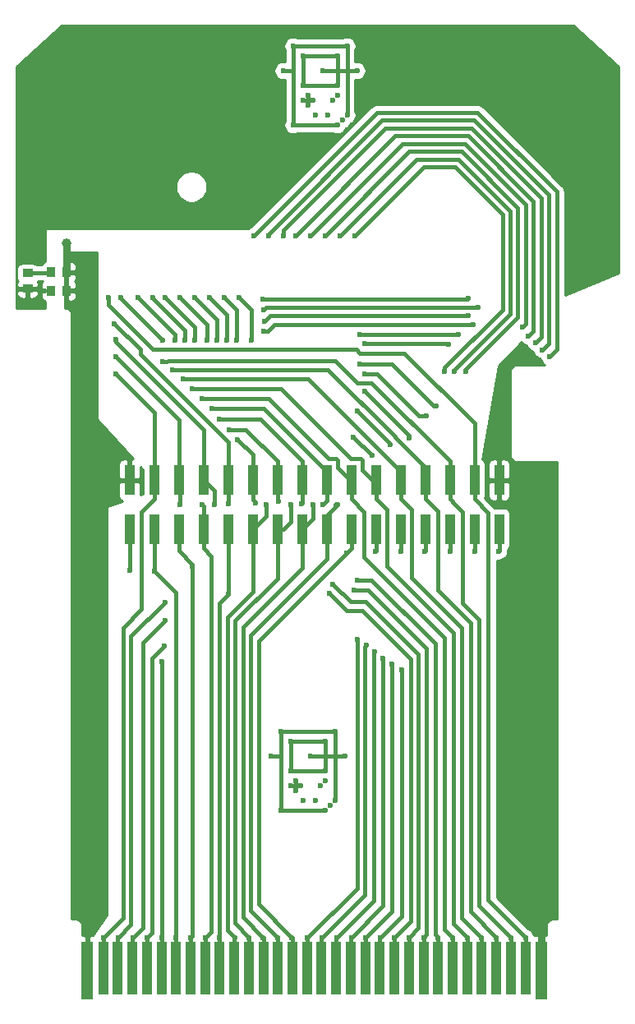
<source format=gtl>
G04 #@! TF.GenerationSoftware,KiCad,Pcbnew,(5.1.12)-1*
G04 #@! TF.CreationDate,2023-02-12T19:07:51-08:00*
G04 #@! TF.ProjectId,GB-BRK-CART,47422d42-524b-42d4-9341-52542e6b6963,v1.0*
G04 #@! TF.SameCoordinates,Original*
G04 #@! TF.FileFunction,Copper,L1,Top*
G04 #@! TF.FilePolarity,Positive*
%FSLAX46Y46*%
G04 Gerber Fmt 4.6, Leading zero omitted, Abs format (unit mm)*
G04 Created by KiCad (PCBNEW (5.1.12)-1) date 2023-02-12 19:07:51*
%MOMM*%
%LPD*%
G01*
G04 APERTURE LIST*
G04 #@! TA.AperFunction,SMDPad,CuDef*
%ADD10R,1.000000X3.150000*%
G04 #@! TD*
G04 #@! TA.AperFunction,SMDPad,CuDef*
%ADD11R,0.820000X1.000000*%
G04 #@! TD*
G04 #@! TA.AperFunction,SMDPad,CuDef*
%ADD12R,1.000000X0.820000*%
G04 #@! TD*
G04 #@! TA.AperFunction,ConnectorPad*
%ADD13R,1.300000X6.000000*%
G04 #@! TD*
G04 #@! TA.AperFunction,ConnectorPad*
%ADD14R,1.000000X5.500000*%
G04 #@! TD*
G04 #@! TA.AperFunction,ViaPad*
%ADD15C,0.600000*%
G04 #@! TD*
G04 #@! TA.AperFunction,ViaPad*
%ADD16C,1.000000*%
G04 #@! TD*
G04 #@! TA.AperFunction,Conductor*
%ADD17C,0.400000*%
G04 #@! TD*
G04 #@! TA.AperFunction,Conductor*
%ADD18C,0.800000*%
G04 #@! TD*
G04 #@! TA.AperFunction,Conductor*
%ADD19C,0.254000*%
G04 #@! TD*
G04 #@! TA.AperFunction,Conductor*
%ADD20C,0.100000*%
G04 #@! TD*
G04 APERTURE END LIST*
D10*
X119050000Y-45475000D03*
X119050000Y-50525000D03*
X116510000Y-45475000D03*
X116510000Y-50525000D03*
X113970000Y-45475000D03*
X113970000Y-50525000D03*
X111430000Y-45475000D03*
X111430000Y-50525000D03*
X108890000Y-45475000D03*
X108890000Y-50525000D03*
X106350000Y-45475000D03*
X106350000Y-50525000D03*
X103810000Y-45475000D03*
X103810000Y-50525000D03*
X101270000Y-45475000D03*
X101270000Y-50525000D03*
X98730000Y-45475000D03*
X98730000Y-50525000D03*
X96190000Y-45475000D03*
X96190000Y-50525000D03*
X93650000Y-45475000D03*
X93650000Y-50525000D03*
X91110000Y-45475000D03*
X91110000Y-50525000D03*
X88570000Y-45475000D03*
X88570000Y-50525000D03*
X86030000Y-45475000D03*
X86030000Y-50525000D03*
X83490000Y-45475000D03*
X83490000Y-50525000D03*
X80950000Y-45475000D03*
X80950000Y-50525000D03*
D11*
X72848000Y-24054000D03*
X74448000Y-24054000D03*
D12*
X70448000Y-24154000D03*
X70448000Y-25754000D03*
D13*
X123400000Y-96000000D03*
D14*
X121750000Y-95750000D03*
X120250000Y-95750000D03*
X118750000Y-95750000D03*
X117250000Y-95750000D03*
X115750000Y-95750000D03*
X114250000Y-95750000D03*
X112750000Y-95750000D03*
X111250000Y-95750000D03*
X109750000Y-95750000D03*
X108250000Y-95750000D03*
X106750000Y-95750000D03*
X105250000Y-95750000D03*
X103750000Y-95750000D03*
X102250000Y-95750000D03*
X100750000Y-95750000D03*
X99250000Y-95750000D03*
X97750000Y-95750000D03*
X96250000Y-95750000D03*
X94750000Y-95750000D03*
X93250000Y-95750000D03*
X91750000Y-95750000D03*
X90250000Y-95750000D03*
X88750000Y-95750000D03*
X87250000Y-95750000D03*
X85750000Y-95750000D03*
X84250000Y-95750000D03*
X82750000Y-95750000D03*
X81250000Y-95750000D03*
X79750000Y-95750000D03*
D13*
X76600000Y-96000000D03*
D14*
X78250000Y-95750000D03*
D11*
X74448000Y-25954000D03*
X72848000Y-25954000D03*
D15*
X96520000Y-79502000D03*
X101092000Y-79502000D03*
X97536000Y-76962000D03*
X101600000Y-78994000D03*
X98044000Y-77470000D03*
X97536000Y-75438000D03*
X98044000Y-76454000D03*
X101092000Y-72390000D03*
X97536000Y-72390000D03*
X96520000Y-71374000D03*
X101092000Y-76454000D03*
X96520000Y-71374000D03*
X98552000Y-76962000D03*
X99568000Y-73914000D03*
X100584000Y-76962000D03*
X102108000Y-78486000D03*
X102108000Y-71374000D03*
X101092000Y-75438000D03*
X95504010Y-73914000D03*
X103124024Y-73914000D03*
X98806000Y-78486000D03*
X100076000Y-78486000D03*
X99822000Y-6350000D03*
X99314000Y-5842000D03*
X102362000Y-1778000D03*
X98806000Y-1778000D03*
X97790000Y-762000D03*
X97790000Y-762000D03*
X98806000Y-4826000D03*
X97790000Y-8890000D03*
X98806000Y-6350000D03*
X102362000Y-8890000D03*
X102870000Y-8382000D03*
X99314000Y-6858000D03*
X102362000Y-5842000D03*
X100838000Y-3302000D03*
X103378000Y-762000D03*
X104394024Y-3302000D03*
X102362000Y-4826000D03*
X101854000Y-6350000D03*
X103378000Y-7874000D03*
X96774010Y-3302000D03*
X100076000Y-7874000D03*
X101346000Y-7874000D03*
D16*
X74448000Y-21056028D03*
D15*
X123400000Y-92600000D03*
D16*
X123400000Y-90200000D03*
X123900000Y-84000000D03*
X120300000Y-86100000D03*
X122300000Y-48800000D03*
X123300000Y-54900000D03*
X120300000Y-59000000D03*
X123000000Y-63200000D03*
X123300000Y-74500000D03*
X120300000Y-78300000D03*
X120700000Y-68500000D03*
D15*
X118110000Y-3302000D03*
X108458000Y-3302000D03*
X84300000Y-92600000D03*
X80950000Y-54782002D03*
X84300000Y-64131998D03*
X114807990Y-30480000D03*
X104648001Y-30480001D03*
X78300000Y-92600000D03*
X116332000Y-29464000D03*
X79502000Y-34544000D03*
X94798819Y-30125134D03*
X85700000Y-92600000D03*
X83490000Y-54822002D03*
X113792000Y-31496004D03*
X105156000Y-31380010D03*
X87250000Y-92600000D03*
X87400000Y-54332000D03*
X104648000Y-33528000D03*
X112522000Y-37846000D03*
X88800000Y-92600000D03*
X88392000Y-48006000D03*
X111506000Y-38862000D03*
X105156000Y-34544000D03*
X90200000Y-92600000D03*
X91140902Y-57231902D03*
X105154093Y-36344011D03*
X109728000Y-41148000D03*
X108250000Y-92600000D03*
X101556164Y-57115219D03*
X93976523Y-47800000D03*
X92075000Y-41275000D03*
X92202000Y-26670000D03*
X93472000Y-31103990D03*
X91800000Y-92600000D03*
X94996000Y-48006000D03*
X104394000Y-38356808D03*
X107790595Y-41815405D03*
X109750000Y-92600000D03*
X101911759Y-56180566D03*
X96284915Y-47704199D03*
X91186000Y-40259000D03*
X90678000Y-26670000D03*
X91948000Y-31103990D03*
X93300000Y-92600000D03*
X97536000Y-48006000D03*
X105916596Y-42927404D03*
X104011596Y-41022404D03*
X104100000Y-56800000D03*
X111250000Y-92600000D03*
X98679000Y-47879000D03*
X90208011Y-39204989D03*
X89154000Y-26670000D03*
X90932000Y-31103990D03*
X94700000Y-92600000D03*
X99822000Y-48006000D03*
X104400000Y-55800000D03*
X112750000Y-92600000D03*
X89408000Y-38100000D03*
X87630000Y-26670000D03*
X100838000Y-48006000D03*
X89916000Y-31103990D03*
X96200000Y-92600000D03*
X102362000Y-48006000D03*
X113422010Y-34290000D03*
X104140000Y-20320000D03*
X114250000Y-92600000D03*
X88392000Y-37084000D03*
X86106000Y-26670000D03*
X88900000Y-31103990D03*
X97700000Y-92600000D03*
X103301000Y-53009000D03*
X114425718Y-34257749D03*
X102616000Y-20320000D03*
X115750000Y-92600000D03*
X87376000Y-36068000D03*
X84582000Y-26670000D03*
X87630000Y-31103990D03*
X106300000Y-52800000D03*
X99300000Y-92600000D03*
X104394000Y-61849000D03*
X115570000Y-34290030D03*
X101092000Y-20320000D03*
X117250000Y-92600000D03*
X86487000Y-35052000D03*
X83312000Y-26670000D03*
X86614000Y-31103990D03*
X108900000Y-52800000D03*
X100800000Y-92600000D03*
X105346500Y-62484000D03*
X121412000Y-29718000D03*
X99568000Y-20320000D03*
X118750000Y-92600000D03*
X85350813Y-34096006D03*
X81788000Y-26670000D03*
X85598000Y-31103990D03*
X111400000Y-52800000D03*
X102300000Y-92600000D03*
X106172004Y-63119000D03*
X98044000Y-20320000D03*
X122084525Y-30645581D03*
X114000000Y-52800000D03*
X103800000Y-92600000D03*
X107061000Y-63817500D03*
X96774000Y-20320000D03*
X122795840Y-31348471D03*
X121750000Y-92600000D03*
X78740000Y-26670000D03*
X119000000Y-52800000D03*
X106800000Y-92600000D03*
X109002605Y-64980790D03*
X93726000Y-20320000D03*
X124206000Y-32766000D03*
X120250000Y-92600000D03*
X84375752Y-33296011D03*
X84328000Y-31103990D03*
X80010000Y-26670000D03*
X82800000Y-92600000D03*
X84499996Y-62600000D03*
X91110000Y-47955006D03*
X94711737Y-26843300D03*
X115824425Y-26763979D03*
X79373596Y-29338404D03*
X81300000Y-92600000D03*
X84582000Y-59943998D03*
X94739789Y-27973980D03*
X89662000Y-48006000D03*
X116840000Y-27663980D03*
X79501998Y-30988002D03*
X79800000Y-92600000D03*
X84582000Y-58039000D03*
X86106000Y-48006000D03*
X115824000Y-28563990D03*
X79502000Y-32766000D03*
X94902068Y-29084508D03*
X116500000Y-52800000D03*
X105300000Y-92600000D03*
X107961010Y-64389004D03*
X95251404Y-20321404D03*
X123484460Y-32073610D03*
D17*
X97536000Y-72390000D02*
X101092000Y-72390000D01*
X101092000Y-72390000D02*
X101092000Y-75438000D01*
X101092000Y-75438000D02*
X97536000Y-75438000D01*
X97536000Y-75438000D02*
X97536000Y-72390000D01*
X101092000Y-79502000D02*
X96520000Y-79502000D01*
X97536000Y-76962000D02*
X98552000Y-76962000D01*
X98044000Y-76454000D02*
X98044000Y-77470000D01*
X96520000Y-71374000D02*
X96520000Y-73914000D01*
X96520000Y-71374000D02*
X102108000Y-71374000D01*
X102108000Y-71374000D02*
X102108000Y-78486000D01*
X96520000Y-73914000D02*
X96520000Y-79502000D01*
X96520000Y-73914000D02*
X95504010Y-73914000D01*
X99568000Y-73914000D02*
X103124024Y-73914000D01*
X98806000Y-1778000D02*
X102362000Y-1778000D01*
X97790000Y-762000D02*
X97790000Y-3302000D01*
X102362000Y-8890000D02*
X97790000Y-8890000D01*
X98806000Y-4826000D02*
X98806000Y-1778000D01*
X97790000Y-3302000D02*
X96774010Y-3302000D01*
X102362000Y-4826000D02*
X98806000Y-4826000D01*
X100838000Y-3302000D02*
X104394024Y-3302000D01*
X102362000Y-1778000D02*
X102362000Y-4826000D01*
X97790000Y-3302000D02*
X97790000Y-8890000D01*
X97790000Y-762000D02*
X103378000Y-762000D01*
X99314000Y-5842000D02*
X99314000Y-6858000D01*
X103378000Y-762000D02*
X103378000Y-7874000D01*
X98806000Y-6350000D02*
X99822000Y-6350000D01*
D18*
X74448000Y-24054000D02*
X74448000Y-21056028D01*
X123400000Y-92600000D02*
X123400000Y-90200000D01*
X123400000Y-96000000D02*
X123400000Y-92600000D01*
X123400000Y-89792894D02*
X123400000Y-90200000D01*
X123400000Y-89700000D02*
X123400000Y-89792894D01*
X123900000Y-84000000D02*
X123400000Y-84500000D01*
X123400000Y-84500000D02*
X123400000Y-89792894D01*
X123900000Y-84000000D02*
X123900000Y-83800000D01*
D17*
X119050000Y-45230000D02*
X119050000Y-46230000D01*
X70548000Y-24054000D02*
X70448000Y-24154000D01*
X72748000Y-24154000D02*
X72848000Y-24054000D01*
X70448000Y-24154000D02*
X72748000Y-24154000D01*
X84250000Y-95750000D02*
X84250000Y-92650000D01*
X84250000Y-92650000D02*
X84300000Y-92600000D01*
X80950000Y-54782002D02*
X80950000Y-50525000D01*
X84300000Y-64131998D02*
X84300000Y-64131998D01*
X80950000Y-54782002D02*
X80950000Y-54782002D01*
X84300000Y-92600000D02*
X84300000Y-66576000D01*
X84300000Y-66576000D02*
X84300000Y-64131998D01*
X114807990Y-30480000D02*
X114383725Y-30480001D01*
X114383725Y-30480001D02*
X104648001Y-30480001D01*
X78250000Y-95750000D02*
X78250000Y-92650000D01*
X78250000Y-92650000D02*
X78300000Y-92600000D01*
X78300000Y-92600000D02*
X80300000Y-90600000D01*
X82200000Y-48740000D02*
X83490000Y-47450000D01*
X83490000Y-47450000D02*
X83490000Y-45475000D01*
X80300000Y-90600000D02*
X80300000Y-60670000D01*
X80300000Y-60670000D02*
X82200000Y-58770000D01*
X82200000Y-58770000D02*
X82200000Y-48740000D01*
X83490000Y-45475000D02*
X83490000Y-38532000D01*
X83490000Y-38532000D02*
X79502000Y-34544000D01*
X95884217Y-29464000D02*
X95223083Y-30125134D01*
X116332000Y-29464000D02*
X95884217Y-29464000D01*
X95223083Y-30125134D02*
X94798819Y-30125134D01*
X85750000Y-95750000D02*
X85750000Y-92650000D01*
X85750000Y-92650000D02*
X85700000Y-92600000D01*
X83490000Y-50525000D02*
X83490000Y-54822002D01*
X83490000Y-54822002D02*
X85700007Y-57032009D01*
X85700000Y-57032016D02*
X85700007Y-57032009D01*
X85700000Y-92600000D02*
X85700000Y-57032016D01*
X83490000Y-54822002D02*
X83490000Y-54822002D01*
X113676006Y-31380010D02*
X113792000Y-31496004D01*
X105156000Y-31380010D02*
X113676006Y-31380010D01*
X87250000Y-95750000D02*
X87250000Y-92600000D01*
X86030000Y-52777232D02*
X87400000Y-54147232D01*
X86030000Y-50525000D02*
X86030000Y-52777232D01*
X87400000Y-54147232D02*
X87400000Y-54332000D01*
X87400000Y-54332000D02*
X87400000Y-66524000D01*
X87400000Y-66524000D02*
X87400000Y-92450000D01*
X87400000Y-92450000D02*
X87250000Y-92600000D01*
X104648000Y-33528000D02*
X107950000Y-33528000D01*
X107950000Y-33528000D02*
X112268000Y-37846000D01*
X112268000Y-37846000D02*
X112522000Y-37846000D01*
X112522000Y-37846000D02*
X112522000Y-37846000D01*
X88750000Y-95750000D02*
X88750000Y-92650000D01*
X88750000Y-92650000D02*
X88800000Y-92600000D01*
X89378065Y-53308065D02*
X89378065Y-54914132D01*
X88800000Y-92600000D02*
X89378065Y-92021935D01*
X88570000Y-52500000D02*
X89378065Y-53308065D01*
X89378065Y-92021935D02*
X89378065Y-54914132D01*
X88570000Y-50525000D02*
X88570000Y-52500000D01*
X88570000Y-50525000D02*
X88570000Y-48184000D01*
X88570000Y-48184000D02*
X88392000Y-48006000D01*
X88392000Y-48006000D02*
X88392000Y-48006000D01*
X111506000Y-38862000D02*
X111506000Y-38862000D01*
X106426000Y-34544000D02*
X105156000Y-34544000D01*
X110744000Y-38862000D02*
X106426000Y-34544000D01*
X111506000Y-38862000D02*
X110744000Y-38862000D01*
X90250000Y-95750000D02*
X90250000Y-92650000D01*
X90250000Y-92650000D02*
X90200000Y-92600000D01*
X91046500Y-57137500D02*
X91140902Y-57231902D01*
X90200000Y-58172804D02*
X91140902Y-57231902D01*
X90200000Y-92600000D02*
X90200000Y-58172804D01*
X91110000Y-50525000D02*
X91110000Y-57201000D01*
X91110000Y-57201000D02*
X91140902Y-57231902D01*
X105154093Y-36344011D02*
X109728000Y-40917918D01*
X109728000Y-40917918D02*
X109728000Y-41148000D01*
X108250000Y-92600000D02*
X108250000Y-95750000D01*
X93650000Y-45475000D02*
X93650000Y-47473477D01*
X93650000Y-47473477D02*
X93976523Y-47800000D01*
X103340945Y-58900000D02*
X101556164Y-57115219D01*
X108250000Y-92600000D02*
X109902607Y-90947393D01*
X109902607Y-63902607D02*
X104900000Y-58900000D01*
X104900000Y-58900000D02*
X103340945Y-58900000D01*
X109902607Y-90947393D02*
X109902607Y-63902607D01*
X93650000Y-43510000D02*
X93650000Y-45475000D01*
X93650000Y-43510000D02*
X93650000Y-42850000D01*
X93650000Y-42850000D02*
X92075000Y-41275000D01*
X92075000Y-41275000D02*
X92075000Y-41275000D01*
X92075000Y-41275000D02*
X92075000Y-41275000D01*
X92202000Y-26670000D02*
X92202000Y-26670000D01*
X93472000Y-27940000D02*
X93472000Y-31103990D01*
X92202000Y-26670000D02*
X93472000Y-27940000D01*
X93650000Y-50525000D02*
X93650000Y-55194000D01*
X91750000Y-95750000D02*
X91750000Y-92650000D01*
X91750000Y-92650000D02*
X91800000Y-92600000D01*
X93650000Y-56950000D02*
X91033959Y-59566041D01*
X91033959Y-59566041D02*
X91033959Y-91833959D01*
X93650000Y-55194000D02*
X93650000Y-56950000D01*
X91033959Y-91833959D02*
X91800000Y-92600000D01*
X93650000Y-50525000D02*
X94996000Y-49179000D01*
X94996000Y-49179000D02*
X94996000Y-48006000D01*
X94996000Y-48006000D02*
X94996000Y-48006000D01*
X104394000Y-38356808D02*
X107790595Y-41753403D01*
X107790595Y-41753403D02*
X107790595Y-41815405D01*
X110700000Y-63400006D02*
X110700000Y-63400000D01*
X109750000Y-92600000D02*
X109750000Y-95750000D01*
X103731193Y-58000000D02*
X101911759Y-56180566D01*
X105299994Y-58000000D02*
X103731193Y-58000000D01*
X110700000Y-63400006D02*
X105299994Y-58000000D01*
X96190000Y-45475000D02*
X96190000Y-47609284D01*
X96190000Y-47609284D02*
X96284915Y-47704199D01*
X110702617Y-63402623D02*
X110700000Y-63400006D01*
X109750000Y-92600000D02*
X110702617Y-91647383D01*
X110702617Y-91647383D02*
X110702617Y-63402623D01*
X92939000Y-40259000D02*
X91186000Y-40259000D01*
X96190000Y-43510000D02*
X92939000Y-40259000D01*
X96190000Y-45475000D02*
X96190000Y-43510000D01*
X91186000Y-40259000D02*
X91186000Y-40259000D01*
X90678000Y-26670000D02*
X90678000Y-26670000D01*
X90678000Y-26670000D02*
X91948000Y-27940000D01*
X91948000Y-27940000D02*
X91948000Y-31103990D01*
X93250000Y-95750000D02*
X93250000Y-92650000D01*
X93250000Y-92650000D02*
X93300000Y-92600000D01*
X96190000Y-55194000D02*
X96190000Y-50525000D01*
X91833969Y-59974295D02*
X96190000Y-55618264D01*
X96190000Y-55618264D02*
X96190000Y-55194000D01*
X91833969Y-91133969D02*
X91833969Y-59974295D01*
X93300000Y-92600000D02*
X91833969Y-91133969D01*
X96190000Y-50525000D02*
X96795000Y-50525000D01*
X96795000Y-50525000D02*
X97536000Y-49784000D01*
X97536000Y-49784000D02*
X97536000Y-48006000D01*
X97536000Y-48006000D02*
X97536000Y-48006000D01*
X105916596Y-42927404D02*
X104011596Y-41022404D01*
X105500014Y-56800000D02*
X104100000Y-56800000D01*
X111549999Y-62849985D02*
X105500014Y-56800000D01*
X111549999Y-92300001D02*
X111549999Y-62849985D01*
X111250000Y-92600000D02*
X111549999Y-92300001D01*
X98700000Y-45505000D02*
X98730000Y-45475000D01*
X111250000Y-92600000D02*
X111250000Y-95750000D01*
X98730000Y-45475000D02*
X98730000Y-47828000D01*
X98730000Y-47828000D02*
X98679000Y-47879000D01*
X90208011Y-39204989D02*
X90208011Y-39204989D01*
X89154000Y-26670000D02*
X89154000Y-26670000D01*
X94434989Y-39204989D02*
X94399011Y-39204989D01*
X94399011Y-39204989D02*
X90208011Y-39204989D01*
X98730000Y-45475000D02*
X98730000Y-43500000D01*
X98730000Y-43500000D02*
X94434989Y-39204989D01*
X90932000Y-28448000D02*
X90932000Y-31103990D01*
X89154000Y-26670000D02*
X90932000Y-28448000D01*
X98730000Y-50525000D02*
X98730000Y-54178000D01*
X94750000Y-95750000D02*
X94750000Y-92650000D01*
X94750000Y-92650000D02*
X94700000Y-92600000D01*
X98730000Y-54534000D02*
X98730000Y-50525000D01*
X98730000Y-54178000D02*
X98730000Y-54534000D01*
X92633980Y-90533980D02*
X94700000Y-92600000D01*
X92633980Y-60630020D02*
X92633980Y-90533980D01*
X98730000Y-54534000D02*
X92633980Y-60630020D01*
X98730000Y-50525000D02*
X99822000Y-49433000D01*
X99822000Y-49433000D02*
X99822000Y-48006000D01*
X99822000Y-48006000D02*
X99822000Y-48006000D01*
X105899996Y-55800000D02*
X104400000Y-55800000D01*
X112450001Y-62350005D02*
X105899996Y-55800000D01*
X112450001Y-92300001D02*
X112450001Y-62350005D01*
X112750000Y-92600000D02*
X112450001Y-92300001D01*
X112750000Y-92600000D02*
X112750000Y-95750000D01*
X89408000Y-38100000D02*
X89408000Y-38100000D01*
X87630000Y-26670000D02*
X87630000Y-26670000D01*
X101270000Y-47574000D02*
X100838000Y-48006000D01*
X101270000Y-45475000D02*
X101270000Y-47574000D01*
X94488000Y-38100000D02*
X89408000Y-38100000D01*
X94742000Y-38100000D02*
X94488000Y-38100000D01*
X101270000Y-44628000D02*
X94742000Y-38100000D01*
X101270000Y-45475000D02*
X101270000Y-44628000D01*
X89916000Y-28956000D02*
X89916000Y-31103990D01*
X87630000Y-26670000D02*
X89916000Y-28956000D01*
X101270000Y-50525000D02*
X101270000Y-53630000D01*
X101270000Y-53630000D02*
X100056000Y-54844000D01*
X96250000Y-95750000D02*
X96250000Y-92650000D01*
X96250000Y-92650000D02*
X96200000Y-92600000D01*
X100056000Y-54844000D02*
X93433990Y-61466010D01*
X93433990Y-89833990D02*
X96200000Y-92600000D01*
X93433990Y-61466010D02*
X93433990Y-89833990D01*
X102108000Y-48006000D02*
X102108000Y-48006000D01*
X101270000Y-49098000D02*
X102362000Y-48006000D01*
X101270000Y-50525000D02*
X101270000Y-49098000D01*
X104140000Y-20320000D02*
X104140000Y-20320000D01*
X111251993Y-13208007D02*
X114508305Y-13208007D01*
X114508305Y-13208007D02*
X119379991Y-18079693D01*
X119379991Y-18079693D02*
X119379991Y-27907755D01*
X119379991Y-27907755D02*
X113422010Y-33865736D01*
X113422010Y-33865736D02*
X113422010Y-34290000D01*
X104140000Y-20320000D02*
X111251993Y-13208007D01*
X114250000Y-92600000D02*
X114250000Y-95750000D01*
X105100000Y-48740000D02*
X103810000Y-47450000D01*
X105100000Y-53411000D02*
X105100000Y-48740000D01*
X113400000Y-61711000D02*
X105100000Y-53411000D01*
X103810000Y-47450000D02*
X103810000Y-45475000D01*
X113400000Y-91750000D02*
X113400000Y-61711000D01*
X114250000Y-92600000D02*
X113400000Y-91750000D01*
X86106000Y-26670000D02*
X86106000Y-26670000D01*
X94488000Y-37084000D02*
X88392000Y-37084000D01*
X95250000Y-37084000D02*
X94488000Y-37084000D01*
X102250001Y-43299999D02*
X101465999Y-43299999D01*
X102370001Y-43419999D02*
X102250001Y-43299999D01*
X102370001Y-44204001D02*
X102370001Y-43419999D01*
X101465999Y-43299999D02*
X95250000Y-37084000D01*
X103641000Y-45475000D02*
X102370001Y-44204001D01*
X103810000Y-45475000D02*
X103641000Y-45475000D01*
X88900000Y-29464000D02*
X88900000Y-31103990D01*
X86106000Y-26670000D02*
X88900000Y-29464000D01*
X103810000Y-52500000D02*
X103301000Y-53009000D01*
X103810000Y-50525000D02*
X103810000Y-52500000D01*
X97750000Y-95750000D02*
X97750000Y-92650000D01*
X97750000Y-92650000D02*
X97700000Y-92600000D01*
X94234000Y-89134000D02*
X97700000Y-92600000D01*
X94234000Y-62076000D02*
X94234000Y-89134000D01*
X103301000Y-53009000D02*
X94234000Y-62076000D01*
X102616000Y-20320000D02*
X102616000Y-20320000D01*
X110528004Y-12407996D02*
X114839680Y-12407996D01*
X102616000Y-20320000D02*
X110528004Y-12407996D01*
X120180002Y-17748318D02*
X120180002Y-28333388D01*
X120180002Y-28333388D02*
X114425718Y-34087672D01*
X114839680Y-12407996D02*
X120180002Y-17748318D01*
X114425718Y-34087672D02*
X114425718Y-34257749D01*
X115750000Y-92600000D02*
X115750000Y-95750000D01*
X107450001Y-48550001D02*
X106350000Y-47450000D01*
X107450001Y-54364001D02*
X107450001Y-48550001D01*
X114300000Y-61214000D02*
X107450001Y-54364001D01*
X114300000Y-91150000D02*
X114300000Y-61214000D01*
X106350000Y-47450000D02*
X106350000Y-45475000D01*
X115750000Y-92600000D02*
X114300000Y-91150000D01*
X94488000Y-36068000D02*
X87376000Y-36068000D01*
X96520000Y-36068000D02*
X94488000Y-36068000D01*
X103751999Y-43299999D02*
X96520000Y-36068000D01*
X104790001Y-43299999D02*
X103751999Y-43299999D01*
X104910001Y-43419999D02*
X104790001Y-43299999D01*
X104910001Y-44458001D02*
X104910001Y-43419999D01*
X105927000Y-45475000D02*
X104910001Y-44458001D01*
X106350000Y-45475000D02*
X105927000Y-45475000D01*
X84582000Y-26670000D02*
X87630000Y-29718000D01*
X87630000Y-29718000D02*
X87630000Y-31103990D01*
X106350000Y-50525000D02*
X106350000Y-52750000D01*
X106350000Y-52750000D02*
X106300000Y-52800000D01*
X99250000Y-95750000D02*
X99250000Y-92650000D01*
X99250000Y-92650000D02*
X99300000Y-92600000D01*
X104394000Y-87506000D02*
X104394000Y-61849000D01*
X99300000Y-92600000D02*
X104394000Y-87506000D01*
X101092000Y-20320000D02*
X101092000Y-20320000D01*
X120980013Y-28664763D02*
X115570000Y-34074776D01*
X109804015Y-11607985D02*
X115171055Y-11607985D01*
X120980013Y-17416943D02*
X120980013Y-28664763D01*
X115570000Y-34074776D02*
X115570000Y-34290030D01*
X101092000Y-20320000D02*
X109804015Y-11607985D01*
X115171055Y-11607985D02*
X120980013Y-17416943D01*
X117250000Y-92600000D02*
X117250000Y-95750000D01*
X108890000Y-47450000D02*
X108890000Y-45475000D01*
X109990001Y-48550001D02*
X108890000Y-47450000D01*
X109990001Y-55507001D02*
X109990001Y-48550001D01*
X115200000Y-60717000D02*
X109990001Y-55507001D01*
X115200000Y-90550000D02*
X115200000Y-60717000D01*
X117250000Y-92600000D02*
X115200000Y-90550000D01*
X83312000Y-26670000D02*
X83312000Y-26670000D01*
X94488000Y-35052000D02*
X86487000Y-35052000D01*
X99314000Y-35052000D02*
X94488000Y-35052000D01*
X108890000Y-45475000D02*
X108890000Y-44628000D01*
X108890000Y-44628000D02*
X99314000Y-35052000D01*
X86614000Y-30034004D02*
X86614000Y-31103990D01*
X83312000Y-26670000D02*
X83312000Y-26732004D01*
X83312000Y-26732004D02*
X86614000Y-30034004D01*
X108890000Y-50525000D02*
X108890000Y-52790000D01*
X108890000Y-52790000D02*
X108900000Y-52800000D01*
X100750000Y-95750000D02*
X100750000Y-92650000D01*
X100750000Y-92650000D02*
X100800000Y-92600000D01*
X105219500Y-62611000D02*
X105346500Y-62484000D01*
X105219500Y-88180500D02*
X105219500Y-62611000D01*
X100800000Y-92600000D02*
X105219500Y-88180500D01*
X99568000Y-20320000D02*
X99568000Y-20320000D01*
X121780024Y-29349976D02*
X121412000Y-29718000D01*
X115502430Y-10807974D02*
X121780024Y-17085568D01*
X121780024Y-17085568D02*
X121780024Y-29349976D01*
X109080026Y-10807974D02*
X115502430Y-10807974D01*
X99568000Y-20320000D02*
X109080026Y-10807974D01*
X118750000Y-92600000D02*
X118750000Y-95750000D01*
X111430000Y-47450000D02*
X111430000Y-45475000D01*
X112700000Y-48720000D02*
X111430000Y-47450000D01*
X112700000Y-56820000D02*
X112700000Y-48720000D01*
X116100000Y-60220000D02*
X112700000Y-56820000D01*
X116100000Y-89950000D02*
X116100000Y-60220000D01*
X118750000Y-92600000D02*
X116100000Y-89950000D01*
X81788000Y-26670000D02*
X81788000Y-26670000D01*
X94427994Y-34096006D02*
X85350813Y-34096006D01*
X111430000Y-44182002D02*
X108319999Y-41072001D01*
X108319999Y-41072001D02*
X108319999Y-41009999D01*
X111430000Y-45475000D02*
X111430000Y-44182002D01*
X101406006Y-34096006D02*
X94427994Y-34096006D01*
X108319999Y-41009999D02*
X101406006Y-34096006D01*
X85598000Y-30480000D02*
X85598000Y-31103990D01*
X81788000Y-26670000D02*
X85598000Y-30480000D01*
X111430000Y-50525000D02*
X111430000Y-52770000D01*
X111430000Y-52770000D02*
X111400000Y-52800000D01*
X102250000Y-95750000D02*
X102250000Y-92650000D01*
X102250000Y-92650000D02*
X102300000Y-92600000D01*
X106108500Y-88791500D02*
X106108500Y-63182504D01*
X102300000Y-92600000D02*
X106108500Y-88791500D01*
X106108500Y-63182504D02*
X106172004Y-63119000D01*
X98044000Y-20320000D02*
X98044000Y-20320000D01*
X115833805Y-10007963D02*
X122580035Y-16754193D01*
X98044000Y-20320000D02*
X108356037Y-10007963D01*
X122580035Y-16754193D02*
X122580035Y-30150071D01*
X122580035Y-30150071D02*
X122084525Y-30645581D01*
X108356037Y-10007963D02*
X115833805Y-10007963D01*
X113970000Y-50525000D02*
X113970000Y-52770000D01*
X113970000Y-52770000D02*
X114000000Y-52800000D01*
X103750000Y-95750000D02*
X103750000Y-92650000D01*
X103750000Y-92650000D02*
X103800000Y-92600000D01*
X107061000Y-89339000D02*
X107061000Y-63817500D01*
X103800000Y-92600000D02*
X107061000Y-89339000D01*
X96774000Y-20320000D02*
X96774000Y-20320000D01*
X107309118Y-9207952D02*
X116165180Y-9207952D01*
X123380046Y-16422818D02*
X123380046Y-30764265D01*
X96774000Y-19743070D02*
X107309118Y-9207952D01*
X96774000Y-20320000D02*
X96774000Y-19743070D01*
X116165180Y-9207952D02*
X123380046Y-16422818D01*
X123380046Y-30764265D02*
X122795840Y-31348471D01*
X121750000Y-92600000D02*
X117900000Y-88750000D01*
X117900000Y-48840000D02*
X116510000Y-47450000D01*
X117900000Y-88750000D02*
X117900000Y-48840000D01*
X116510000Y-47450000D02*
X116510000Y-45475000D01*
X121750000Y-92600000D02*
X121750000Y-95750000D01*
X78740000Y-26670000D02*
X78740000Y-26670000D01*
X104723999Y-32396001D02*
X104331998Y-32004000D01*
X116510000Y-39610002D02*
X109295999Y-32396001D01*
X116510000Y-45475000D02*
X116510000Y-39610002D01*
X104331998Y-32004000D02*
X94488000Y-32004000D01*
X109295999Y-32396001D02*
X104723999Y-32396001D01*
X94488000Y-32004000D02*
X83312000Y-32004000D01*
X83312000Y-32004000D02*
X78740000Y-27432000D01*
X78740000Y-27432000D02*
X78740000Y-26670000D01*
X119050000Y-50525000D02*
X119050000Y-52750000D01*
X119050000Y-52750000D02*
X119000000Y-52800000D01*
X106750000Y-95750000D02*
X106750000Y-92650000D01*
X106750000Y-92650000D02*
X106800000Y-92600000D01*
X109002605Y-90397395D02*
X109002605Y-64980790D01*
X106800000Y-92600000D02*
X109002605Y-90397395D01*
X93726000Y-20320000D02*
X93726000Y-20320000D01*
X93726000Y-20320000D02*
X106438070Y-7607930D01*
X124980070Y-31991930D02*
X124206000Y-32766000D01*
X124980070Y-15760070D02*
X124980070Y-31991930D01*
X116827930Y-7607930D02*
X124980070Y-15760070D01*
X106438070Y-7607930D02*
X116827930Y-7607930D01*
X114520000Y-48000000D02*
X113970000Y-47450000D01*
X113970000Y-47450000D02*
X113970000Y-45475000D01*
X120250000Y-92600000D02*
X120250000Y-95750000D01*
X115300000Y-48780000D02*
X114520000Y-48000000D01*
X115300000Y-58150000D02*
X115300000Y-48780000D01*
X117000000Y-59850000D02*
X115300000Y-58150000D01*
X117000000Y-89350000D02*
X117000000Y-59850000D01*
X120250000Y-92600000D02*
X117000000Y-89350000D01*
X84938492Y-33157535D02*
X94712762Y-33157535D01*
X113970000Y-45475000D02*
X113970000Y-43500000D01*
X104469999Y-35444001D02*
X102183533Y-33157535D01*
X113970000Y-43500000D02*
X105914001Y-35444001D01*
X105914001Y-35444001D02*
X104469999Y-35444001D01*
X102183533Y-33157535D02*
X94712762Y-33157535D01*
X84375752Y-33296011D02*
X84800016Y-33296011D01*
X84800016Y-33296011D02*
X84938492Y-33157535D01*
X84328000Y-31103990D02*
X80010000Y-26785990D01*
X80010000Y-26785990D02*
X80010000Y-26670000D01*
X82750000Y-95750000D02*
X82750000Y-92650000D01*
X82750000Y-92650000D02*
X82800000Y-92600000D01*
X91110000Y-45475000D02*
X91110000Y-47955000D01*
X83300000Y-63799996D02*
X84499996Y-62600000D01*
X82800000Y-92600000D02*
X83300000Y-92100000D01*
X83300000Y-92100000D02*
X83300000Y-63799996D01*
X115745104Y-26843300D02*
X115824425Y-26763979D01*
X94711737Y-26843300D02*
X115745104Y-26843300D01*
X82042000Y-32512000D02*
X82042000Y-32006808D01*
X91110000Y-41580000D02*
X82042000Y-32512000D01*
X91110000Y-45475000D02*
X91110000Y-41580000D01*
X82042000Y-32006808D02*
X79373596Y-29338404D01*
X81250000Y-95750000D02*
X81250000Y-92650000D01*
X81250000Y-92650000D02*
X81300000Y-92600000D01*
X82300000Y-62225998D02*
X84582000Y-59943998D01*
X81300000Y-92600000D02*
X82300000Y-91600000D01*
X82300000Y-91600000D02*
X82300000Y-62225998D01*
X89662000Y-46567000D02*
X88570000Y-45475000D01*
X89662000Y-48006000D02*
X89662000Y-46567000D01*
X115392008Y-27663980D02*
X116840000Y-27663980D01*
X115369988Y-27686000D02*
X115392008Y-27663980D01*
X94739789Y-27973980D02*
X95027769Y-27686000D01*
X95027769Y-27686000D02*
X115369988Y-27686000D01*
X88570000Y-45475000D02*
X88570000Y-40309990D01*
X88570000Y-40309990D02*
X79501998Y-31241988D01*
X79501998Y-31241988D02*
X79501998Y-30988002D01*
X79750000Y-95750000D02*
X79750000Y-92650000D01*
X79750000Y-92650000D02*
X79800000Y-92600000D01*
X81100010Y-91299990D02*
X81100010Y-61520990D01*
X81100010Y-61520990D02*
X84582000Y-58039000D01*
X79800000Y-92600000D02*
X81100010Y-91299990D01*
X86106000Y-45551000D02*
X86030000Y-45475000D01*
X86106000Y-48006000D02*
X86106000Y-45551000D01*
X86030000Y-39294000D02*
X79502000Y-32766000D01*
X86030000Y-45475000D02*
X86030000Y-39294000D01*
X95422586Y-28563990D02*
X94902068Y-29084508D01*
X115824000Y-28563990D02*
X95422586Y-28563990D01*
X116510000Y-50525000D02*
X116510000Y-52790000D01*
X116510000Y-52790000D02*
X116500000Y-52800000D01*
X105250000Y-95750000D02*
X105250000Y-92650000D01*
X105250000Y-92650000D02*
X105300000Y-92600000D01*
X107961010Y-89938990D02*
X107961010Y-64389004D01*
X105300000Y-92600000D02*
X107961010Y-89938990D01*
X95250000Y-20320000D02*
X95250000Y-20320000D01*
X106977743Y-8407941D02*
X116496555Y-8407941D01*
X116496555Y-8407941D02*
X124180057Y-16091443D01*
X124180057Y-31378013D02*
X123484460Y-32073610D01*
X95251404Y-20134280D02*
X106977743Y-8407941D01*
X124180057Y-16091443D02*
X124180057Y-31378013D01*
X95251404Y-20321404D02*
X95251404Y-20134280D01*
D19*
X77597000Y-39116000D02*
X77599440Y-39140776D01*
X77606667Y-39164601D01*
X77618403Y-39186557D01*
X77629825Y-39201206D01*
X81305684Y-43263997D01*
X81235750Y-43265000D01*
X81077000Y-43423750D01*
X81077000Y-45348000D01*
X81926250Y-45348000D01*
X82085000Y-45189250D01*
X82087528Y-44128142D01*
X82351928Y-44420373D01*
X82351928Y-46922154D01*
X82087977Y-47010137D01*
X82085000Y-45760750D01*
X81926250Y-45602000D01*
X81077000Y-45602000D01*
X81077000Y-45622000D01*
X80823000Y-45622000D01*
X80823000Y-45602000D01*
X79973750Y-45602000D01*
X79815000Y-45760750D01*
X79811928Y-47050000D01*
X79824188Y-47174482D01*
X79860498Y-47294180D01*
X79919463Y-47404494D01*
X79998815Y-47501185D01*
X80095506Y-47580537D01*
X80203540Y-47638283D01*
X78699839Y-48139517D01*
X78677106Y-48149667D01*
X78656789Y-48164057D01*
X78639671Y-48182134D01*
X78626408Y-48203204D01*
X78617510Y-48226456D01*
X78613000Y-48260000D01*
X78613000Y-90260639D01*
X77195259Y-92328178D01*
X77183260Y-92349992D01*
X77179293Y-92362524D01*
X76885750Y-92365000D01*
X76727000Y-92523750D01*
X76727000Y-95873000D01*
X76747000Y-95873000D01*
X76747000Y-96127000D01*
X76727000Y-96127000D01*
X76727000Y-96147000D01*
X76473000Y-96147000D01*
X76473000Y-96127000D01*
X76453000Y-96127000D01*
X76453000Y-95873000D01*
X76473000Y-95873000D01*
X76473000Y-92523750D01*
X76314250Y-92365000D01*
X76110000Y-92363277D01*
X76110000Y-91434876D01*
X76113435Y-91400000D01*
X76099727Y-91260816D01*
X76059128Y-91126980D01*
X75993200Y-91003637D01*
X75904475Y-90895525D01*
X75796363Y-90806800D01*
X75673020Y-90740872D01*
X75539184Y-90700273D01*
X75434877Y-90690000D01*
X75400000Y-90686565D01*
X75365123Y-90690000D01*
X75010000Y-90690000D01*
X75010000Y-43900000D01*
X79811928Y-43900000D01*
X79815000Y-45189250D01*
X79973750Y-45348000D01*
X80823000Y-45348000D01*
X80823000Y-43423750D01*
X80664250Y-43265000D01*
X80450000Y-43261928D01*
X80325518Y-43274188D01*
X80205820Y-43310498D01*
X80095506Y-43369463D01*
X79998815Y-43448815D01*
X79919463Y-43545506D01*
X79860498Y-43655820D01*
X79824188Y-43775518D01*
X79811928Y-43900000D01*
X75010000Y-43900000D01*
X75010000Y-28482877D01*
X75013435Y-28448000D01*
X74999727Y-28308816D01*
X74959128Y-28174980D01*
X74893200Y-28051637D01*
X74804475Y-27943525D01*
X74696363Y-27854800D01*
X74573020Y-27788872D01*
X74439184Y-27748273D01*
X74334877Y-27738000D01*
X74328309Y-27737353D01*
X74321000Y-26444034D01*
X74321000Y-26081000D01*
X74575000Y-26081000D01*
X74575000Y-26930250D01*
X74733750Y-27089000D01*
X74858000Y-27092072D01*
X74982482Y-27079812D01*
X75102180Y-27043502D01*
X75212494Y-26984537D01*
X75309185Y-26905185D01*
X75388537Y-26808494D01*
X75447502Y-26698180D01*
X75483812Y-26578482D01*
X75496072Y-26454000D01*
X75493000Y-26239750D01*
X75334250Y-26081000D01*
X74575000Y-26081000D01*
X74321000Y-26081000D01*
X74318948Y-26081000D01*
X74317513Y-25827000D01*
X74321000Y-25827000D01*
X74321000Y-24181000D01*
X74575000Y-24181000D01*
X74575000Y-25827000D01*
X75334250Y-25827000D01*
X75493000Y-25668250D01*
X75496072Y-25454000D01*
X75483812Y-25329518D01*
X75447502Y-25209820D01*
X75388537Y-25099506D01*
X75310158Y-25004000D01*
X75388537Y-24908494D01*
X75447502Y-24798180D01*
X75483812Y-24678482D01*
X75496072Y-24554000D01*
X75493000Y-24339750D01*
X75334250Y-24181000D01*
X74575000Y-24181000D01*
X74321000Y-24181000D01*
X74308210Y-24181000D01*
X74306775Y-23927000D01*
X74321000Y-23927000D01*
X74321000Y-23077750D01*
X74575000Y-23077750D01*
X74575000Y-23927000D01*
X75334250Y-23927000D01*
X75493000Y-23768250D01*
X75496072Y-23554000D01*
X75483812Y-23429518D01*
X75447502Y-23309820D01*
X75388537Y-23199506D01*
X75309185Y-23102815D01*
X75212494Y-23023463D01*
X75102180Y-22964498D01*
X74982482Y-22928188D01*
X74858000Y-22915928D01*
X74733750Y-22919000D01*
X74575000Y-23077750D01*
X74321000Y-23077750D01*
X74301867Y-23058617D01*
X74295720Y-21971000D01*
X77597000Y-21971000D01*
X77597000Y-39116000D01*
G04 #@! TA.AperFunction,Conductor*
D20*
G36*
X77597000Y-39116000D02*
G01*
X77599440Y-39140776D01*
X77606667Y-39164601D01*
X77618403Y-39186557D01*
X77629825Y-39201206D01*
X81305684Y-43263997D01*
X81235750Y-43265000D01*
X81077000Y-43423750D01*
X81077000Y-45348000D01*
X81926250Y-45348000D01*
X82085000Y-45189250D01*
X82087528Y-44128142D01*
X82351928Y-44420373D01*
X82351928Y-46922154D01*
X82087977Y-47010137D01*
X82085000Y-45760750D01*
X81926250Y-45602000D01*
X81077000Y-45602000D01*
X81077000Y-45622000D01*
X80823000Y-45622000D01*
X80823000Y-45602000D01*
X79973750Y-45602000D01*
X79815000Y-45760750D01*
X79811928Y-47050000D01*
X79824188Y-47174482D01*
X79860498Y-47294180D01*
X79919463Y-47404494D01*
X79998815Y-47501185D01*
X80095506Y-47580537D01*
X80203540Y-47638283D01*
X78699839Y-48139517D01*
X78677106Y-48149667D01*
X78656789Y-48164057D01*
X78639671Y-48182134D01*
X78626408Y-48203204D01*
X78617510Y-48226456D01*
X78613000Y-48260000D01*
X78613000Y-90260639D01*
X77195259Y-92328178D01*
X77183260Y-92349992D01*
X77179293Y-92362524D01*
X76885750Y-92365000D01*
X76727000Y-92523750D01*
X76727000Y-95873000D01*
X76747000Y-95873000D01*
X76747000Y-96127000D01*
X76727000Y-96127000D01*
X76727000Y-96147000D01*
X76473000Y-96147000D01*
X76473000Y-96127000D01*
X76453000Y-96127000D01*
X76453000Y-95873000D01*
X76473000Y-95873000D01*
X76473000Y-92523750D01*
X76314250Y-92365000D01*
X76110000Y-92363277D01*
X76110000Y-91434876D01*
X76113435Y-91400000D01*
X76099727Y-91260816D01*
X76059128Y-91126980D01*
X75993200Y-91003637D01*
X75904475Y-90895525D01*
X75796363Y-90806800D01*
X75673020Y-90740872D01*
X75539184Y-90700273D01*
X75434877Y-90690000D01*
X75400000Y-90686565D01*
X75365123Y-90690000D01*
X75010000Y-90690000D01*
X75010000Y-43900000D01*
X79811928Y-43900000D01*
X79815000Y-45189250D01*
X79973750Y-45348000D01*
X80823000Y-45348000D01*
X80823000Y-43423750D01*
X80664250Y-43265000D01*
X80450000Y-43261928D01*
X80325518Y-43274188D01*
X80205820Y-43310498D01*
X80095506Y-43369463D01*
X79998815Y-43448815D01*
X79919463Y-43545506D01*
X79860498Y-43655820D01*
X79824188Y-43775518D01*
X79811928Y-43900000D01*
X75010000Y-43900000D01*
X75010000Y-28482877D01*
X75013435Y-28448000D01*
X74999727Y-28308816D01*
X74959128Y-28174980D01*
X74893200Y-28051637D01*
X74804475Y-27943525D01*
X74696363Y-27854800D01*
X74573020Y-27788872D01*
X74439184Y-27748273D01*
X74334877Y-27738000D01*
X74328309Y-27737353D01*
X74321000Y-26444034D01*
X74321000Y-26081000D01*
X74575000Y-26081000D01*
X74575000Y-26930250D01*
X74733750Y-27089000D01*
X74858000Y-27092072D01*
X74982482Y-27079812D01*
X75102180Y-27043502D01*
X75212494Y-26984537D01*
X75309185Y-26905185D01*
X75388537Y-26808494D01*
X75447502Y-26698180D01*
X75483812Y-26578482D01*
X75496072Y-26454000D01*
X75493000Y-26239750D01*
X75334250Y-26081000D01*
X74575000Y-26081000D01*
X74321000Y-26081000D01*
X74318948Y-26081000D01*
X74317513Y-25827000D01*
X74321000Y-25827000D01*
X74321000Y-24181000D01*
X74575000Y-24181000D01*
X74575000Y-25827000D01*
X75334250Y-25827000D01*
X75493000Y-25668250D01*
X75496072Y-25454000D01*
X75483812Y-25329518D01*
X75447502Y-25209820D01*
X75388537Y-25099506D01*
X75310158Y-25004000D01*
X75388537Y-24908494D01*
X75447502Y-24798180D01*
X75483812Y-24678482D01*
X75496072Y-24554000D01*
X75493000Y-24339750D01*
X75334250Y-24181000D01*
X74575000Y-24181000D01*
X74321000Y-24181000D01*
X74308210Y-24181000D01*
X74306775Y-23927000D01*
X74321000Y-23927000D01*
X74321000Y-23077750D01*
X74575000Y-23077750D01*
X74575000Y-23927000D01*
X75334250Y-23927000D01*
X75493000Y-23768250D01*
X75496072Y-23554000D01*
X75483812Y-23429518D01*
X75447502Y-23309820D01*
X75388537Y-23199506D01*
X75309185Y-23102815D01*
X75212494Y-23023463D01*
X75102180Y-22964498D01*
X74982482Y-22928188D01*
X74858000Y-22915928D01*
X74733750Y-22919000D01*
X74575000Y-23077750D01*
X74321000Y-23077750D01*
X74301867Y-23058617D01*
X74295720Y-21971000D01*
X77597000Y-21971000D01*
X77597000Y-39116000D01*
G37*
G04 #@! TD.AperFunction*
D19*
X121358263Y-31241609D02*
X121488497Y-31371843D01*
X121641636Y-31474167D01*
X121811796Y-31544649D01*
X121884418Y-31559095D01*
X121896772Y-31621200D01*
X121967254Y-31791360D01*
X122069578Y-31944499D01*
X122199812Y-32074733D01*
X122352951Y-32177057D01*
X122523111Y-32247539D01*
X122567495Y-32256368D01*
X122585392Y-32346339D01*
X122655874Y-32516499D01*
X122758198Y-32669638D01*
X122888432Y-32799872D01*
X123041571Y-32902196D01*
X123211731Y-32972678D01*
X123297174Y-32989674D01*
X123306932Y-33038729D01*
X123377414Y-33208889D01*
X123479738Y-33362028D01*
X123609972Y-33492262D01*
X123741281Y-33580000D01*
X120938877Y-33580000D01*
X120904000Y-33576565D01*
X120869123Y-33580000D01*
X120764816Y-33590273D01*
X120630980Y-33630872D01*
X120507637Y-33696800D01*
X120399525Y-33785525D01*
X120310800Y-33893637D01*
X120244872Y-34016980D01*
X120204273Y-34150816D01*
X120190565Y-34290000D01*
X120194000Y-34324876D01*
X120194001Y-42891113D01*
X120190565Y-42926000D01*
X120204273Y-43065184D01*
X120244872Y-43199020D01*
X120310800Y-43322363D01*
X120399525Y-43430475D01*
X120507637Y-43519200D01*
X120630980Y-43585128D01*
X120764816Y-43625727D01*
X120869123Y-43636000D01*
X120904000Y-43639435D01*
X120938877Y-43636000D01*
X124990001Y-43636000D01*
X124990000Y-90690000D01*
X124634877Y-90690000D01*
X124600000Y-90686565D01*
X124565123Y-90690000D01*
X124460816Y-90700273D01*
X124326980Y-90740872D01*
X124203637Y-90806800D01*
X124095525Y-90895525D01*
X124006800Y-91003637D01*
X123940872Y-91126980D01*
X123900273Y-91260816D01*
X123886565Y-91400000D01*
X123890001Y-91434887D01*
X123890001Y-92363277D01*
X123685750Y-92365000D01*
X123527000Y-92523750D01*
X123527000Y-95873000D01*
X123547000Y-95873000D01*
X123547000Y-96127000D01*
X123527000Y-96127000D01*
X123527000Y-96147000D01*
X123273000Y-96147000D01*
X123273000Y-96127000D01*
X123253000Y-96127000D01*
X123253000Y-95873000D01*
X123273000Y-95873000D01*
X123273000Y-92523750D01*
X123114250Y-92365000D01*
X122750000Y-92361928D01*
X122657769Y-92371012D01*
X122649068Y-92327271D01*
X122578586Y-92157111D01*
X122476262Y-92003972D01*
X122346028Y-91873738D01*
X122192889Y-91771414D01*
X122038214Y-91707346D01*
X118827000Y-88496133D01*
X118827000Y-53718905D01*
X118907911Y-53735000D01*
X119092089Y-53735000D01*
X119272729Y-53699068D01*
X119442889Y-53628586D01*
X119596028Y-53526262D01*
X119726262Y-53396028D01*
X119828586Y-53242889D01*
X119899068Y-53072729D01*
X119935000Y-52892089D01*
X119935000Y-52707911D01*
X119917488Y-52619873D01*
X120001185Y-52551185D01*
X120080537Y-52454494D01*
X120139502Y-52344180D01*
X120175812Y-52224482D01*
X120188072Y-52100000D01*
X120188072Y-48950000D01*
X120175812Y-48825518D01*
X120139502Y-48705820D01*
X120080537Y-48595506D01*
X120001185Y-48498815D01*
X119904494Y-48419463D01*
X119794180Y-48360498D01*
X119674482Y-48324188D01*
X119550000Y-48311928D01*
X118550000Y-48311928D01*
X118547053Y-48312218D01*
X118519439Y-48278570D01*
X118519437Y-48278568D01*
X118493291Y-48246709D01*
X118461432Y-48220563D01*
X117577051Y-47336183D01*
X117599502Y-47294180D01*
X117635812Y-47174482D01*
X117648072Y-47050000D01*
X117911928Y-47050000D01*
X117924188Y-47174482D01*
X117960498Y-47294180D01*
X118019463Y-47404494D01*
X118098815Y-47501185D01*
X118195506Y-47580537D01*
X118305820Y-47639502D01*
X118425518Y-47675812D01*
X118550000Y-47688072D01*
X118764250Y-47685000D01*
X118923000Y-47526250D01*
X118923000Y-45602000D01*
X119177000Y-45602000D01*
X119177000Y-47526250D01*
X119335750Y-47685000D01*
X119550000Y-47688072D01*
X119674482Y-47675812D01*
X119794180Y-47639502D01*
X119904494Y-47580537D01*
X120001185Y-47501185D01*
X120080537Y-47404494D01*
X120139502Y-47294180D01*
X120175812Y-47174482D01*
X120188072Y-47050000D01*
X120185000Y-45760750D01*
X120026250Y-45602000D01*
X119177000Y-45602000D01*
X118923000Y-45602000D01*
X118073750Y-45602000D01*
X117915000Y-45760750D01*
X117911928Y-47050000D01*
X117648072Y-47050000D01*
X117648072Y-43900000D01*
X117911928Y-43900000D01*
X117915000Y-45189250D01*
X118073750Y-45348000D01*
X118923000Y-45348000D01*
X118923000Y-43423750D01*
X119177000Y-43423750D01*
X119177000Y-45348000D01*
X120026250Y-45348000D01*
X120185000Y-45189250D01*
X120188072Y-43900000D01*
X120175812Y-43775518D01*
X120139502Y-43655820D01*
X120080537Y-43545506D01*
X120001185Y-43448815D01*
X119904494Y-43369463D01*
X119794180Y-43310498D01*
X119674482Y-43274188D01*
X119550000Y-43261928D01*
X119335750Y-43265000D01*
X119177000Y-43423750D01*
X118923000Y-43423750D01*
X118764250Y-43265000D01*
X118550000Y-43261928D01*
X118425518Y-43274188D01*
X118305820Y-43310498D01*
X118195506Y-43369463D01*
X118098815Y-43448815D01*
X118019463Y-43545506D01*
X117960498Y-43655820D01*
X117924188Y-43775518D01*
X117911928Y-43900000D01*
X117648072Y-43900000D01*
X117635812Y-43775518D01*
X117599502Y-43655820D01*
X117540537Y-43545506D01*
X117461185Y-43448815D01*
X117364494Y-43369463D01*
X117345000Y-43359043D01*
X117345000Y-43305906D01*
X118990733Y-33714001D01*
X121336210Y-31208605D01*
X121358263Y-31241609D01*
G04 #@! TA.AperFunction,Conductor*
D20*
G36*
X121358263Y-31241609D02*
G01*
X121488497Y-31371843D01*
X121641636Y-31474167D01*
X121811796Y-31544649D01*
X121884418Y-31559095D01*
X121896772Y-31621200D01*
X121967254Y-31791360D01*
X122069578Y-31944499D01*
X122199812Y-32074733D01*
X122352951Y-32177057D01*
X122523111Y-32247539D01*
X122567495Y-32256368D01*
X122585392Y-32346339D01*
X122655874Y-32516499D01*
X122758198Y-32669638D01*
X122888432Y-32799872D01*
X123041571Y-32902196D01*
X123211731Y-32972678D01*
X123297174Y-32989674D01*
X123306932Y-33038729D01*
X123377414Y-33208889D01*
X123479738Y-33362028D01*
X123609972Y-33492262D01*
X123741281Y-33580000D01*
X120938877Y-33580000D01*
X120904000Y-33576565D01*
X120869123Y-33580000D01*
X120764816Y-33590273D01*
X120630980Y-33630872D01*
X120507637Y-33696800D01*
X120399525Y-33785525D01*
X120310800Y-33893637D01*
X120244872Y-34016980D01*
X120204273Y-34150816D01*
X120190565Y-34290000D01*
X120194000Y-34324876D01*
X120194001Y-42891113D01*
X120190565Y-42926000D01*
X120204273Y-43065184D01*
X120244872Y-43199020D01*
X120310800Y-43322363D01*
X120399525Y-43430475D01*
X120507637Y-43519200D01*
X120630980Y-43585128D01*
X120764816Y-43625727D01*
X120869123Y-43636000D01*
X120904000Y-43639435D01*
X120938877Y-43636000D01*
X124990001Y-43636000D01*
X124990000Y-90690000D01*
X124634877Y-90690000D01*
X124600000Y-90686565D01*
X124565123Y-90690000D01*
X124460816Y-90700273D01*
X124326980Y-90740872D01*
X124203637Y-90806800D01*
X124095525Y-90895525D01*
X124006800Y-91003637D01*
X123940872Y-91126980D01*
X123900273Y-91260816D01*
X123886565Y-91400000D01*
X123890001Y-91434887D01*
X123890001Y-92363277D01*
X123685750Y-92365000D01*
X123527000Y-92523750D01*
X123527000Y-95873000D01*
X123547000Y-95873000D01*
X123547000Y-96127000D01*
X123527000Y-96127000D01*
X123527000Y-96147000D01*
X123273000Y-96147000D01*
X123273000Y-96127000D01*
X123253000Y-96127000D01*
X123253000Y-95873000D01*
X123273000Y-95873000D01*
X123273000Y-92523750D01*
X123114250Y-92365000D01*
X122750000Y-92361928D01*
X122657769Y-92371012D01*
X122649068Y-92327271D01*
X122578586Y-92157111D01*
X122476262Y-92003972D01*
X122346028Y-91873738D01*
X122192889Y-91771414D01*
X122038214Y-91707346D01*
X118827000Y-88496133D01*
X118827000Y-53718905D01*
X118907911Y-53735000D01*
X119092089Y-53735000D01*
X119272729Y-53699068D01*
X119442889Y-53628586D01*
X119596028Y-53526262D01*
X119726262Y-53396028D01*
X119828586Y-53242889D01*
X119899068Y-53072729D01*
X119935000Y-52892089D01*
X119935000Y-52707911D01*
X119917488Y-52619873D01*
X120001185Y-52551185D01*
X120080537Y-52454494D01*
X120139502Y-52344180D01*
X120175812Y-52224482D01*
X120188072Y-52100000D01*
X120188072Y-48950000D01*
X120175812Y-48825518D01*
X120139502Y-48705820D01*
X120080537Y-48595506D01*
X120001185Y-48498815D01*
X119904494Y-48419463D01*
X119794180Y-48360498D01*
X119674482Y-48324188D01*
X119550000Y-48311928D01*
X118550000Y-48311928D01*
X118547053Y-48312218D01*
X118519439Y-48278570D01*
X118519437Y-48278568D01*
X118493291Y-48246709D01*
X118461432Y-48220563D01*
X117577051Y-47336183D01*
X117599502Y-47294180D01*
X117635812Y-47174482D01*
X117648072Y-47050000D01*
X117911928Y-47050000D01*
X117924188Y-47174482D01*
X117960498Y-47294180D01*
X118019463Y-47404494D01*
X118098815Y-47501185D01*
X118195506Y-47580537D01*
X118305820Y-47639502D01*
X118425518Y-47675812D01*
X118550000Y-47688072D01*
X118764250Y-47685000D01*
X118923000Y-47526250D01*
X118923000Y-45602000D01*
X119177000Y-45602000D01*
X119177000Y-47526250D01*
X119335750Y-47685000D01*
X119550000Y-47688072D01*
X119674482Y-47675812D01*
X119794180Y-47639502D01*
X119904494Y-47580537D01*
X120001185Y-47501185D01*
X120080537Y-47404494D01*
X120139502Y-47294180D01*
X120175812Y-47174482D01*
X120188072Y-47050000D01*
X120185000Y-45760750D01*
X120026250Y-45602000D01*
X119177000Y-45602000D01*
X118923000Y-45602000D01*
X118073750Y-45602000D01*
X117915000Y-45760750D01*
X117911928Y-47050000D01*
X117648072Y-47050000D01*
X117648072Y-43900000D01*
X117911928Y-43900000D01*
X117915000Y-45189250D01*
X118073750Y-45348000D01*
X118923000Y-45348000D01*
X118923000Y-43423750D01*
X119177000Y-43423750D01*
X119177000Y-45348000D01*
X120026250Y-45348000D01*
X120185000Y-45189250D01*
X120188072Y-43900000D01*
X120175812Y-43775518D01*
X120139502Y-43655820D01*
X120080537Y-43545506D01*
X120001185Y-43448815D01*
X119904494Y-43369463D01*
X119794180Y-43310498D01*
X119674482Y-43274188D01*
X119550000Y-43261928D01*
X119335750Y-43265000D01*
X119177000Y-43423750D01*
X118923000Y-43423750D01*
X118764250Y-43265000D01*
X118550000Y-43261928D01*
X118425518Y-43274188D01*
X118305820Y-43310498D01*
X118195506Y-43369463D01*
X118098815Y-43448815D01*
X118019463Y-43545506D01*
X117960498Y-43655820D01*
X117924188Y-43775518D01*
X117911928Y-43900000D01*
X117648072Y-43900000D01*
X117635812Y-43775518D01*
X117599502Y-43655820D01*
X117540537Y-43545506D01*
X117461185Y-43448815D01*
X117364494Y-43369463D01*
X117345000Y-43359043D01*
X117345000Y-43305906D01*
X118990733Y-33714001D01*
X121336210Y-31208605D01*
X121358263Y-31241609D01*
G37*
G04 #@! TD.AperFunction*
D19*
X131370001Y-2856209D02*
X131370000Y-24157307D01*
X125815070Y-26379279D01*
X125815070Y-15801088D01*
X125819110Y-15760070D01*
X125802988Y-15596381D01*
X125755242Y-15438983D01*
X125677706Y-15293924D01*
X125599509Y-15198640D01*
X125599507Y-15198638D01*
X125573361Y-15166779D01*
X125541503Y-15140634D01*
X117447376Y-7046509D01*
X117421221Y-7014639D01*
X117294076Y-6910294D01*
X117149017Y-6832758D01*
X116991619Y-6785012D01*
X116868949Y-6772930D01*
X116868948Y-6772930D01*
X116827930Y-6768890D01*
X116786912Y-6772930D01*
X106479088Y-6772930D01*
X106438070Y-6768890D01*
X106274381Y-6785012D01*
X106116983Y-6832758D01*
X105971924Y-6910294D01*
X105923434Y-6950089D01*
X105844779Y-7014639D01*
X105818633Y-7046498D01*
X93437788Y-19427345D01*
X93283111Y-19491414D01*
X93183458Y-19558000D01*
X72390000Y-19558000D01*
X72365224Y-19560440D01*
X72341399Y-19567667D01*
X72319443Y-19579403D01*
X72300197Y-19595197D01*
X72284403Y-19614443D01*
X72272667Y-19636399D01*
X72265440Y-19660224D01*
X72263000Y-19685000D01*
X72263000Y-22943512D01*
X72193820Y-22964498D01*
X72083506Y-23023463D01*
X71986815Y-23102815D01*
X71907463Y-23199506D01*
X71848498Y-23309820D01*
X71845713Y-23319000D01*
X71420674Y-23319000D01*
X71399185Y-23292815D01*
X71302494Y-23213463D01*
X71192180Y-23154498D01*
X71072482Y-23118188D01*
X70948000Y-23105928D01*
X69948000Y-23105928D01*
X69823518Y-23118188D01*
X69703820Y-23154498D01*
X69593506Y-23213463D01*
X69496815Y-23292815D01*
X69417463Y-23389506D01*
X69358498Y-23499820D01*
X69322188Y-23619518D01*
X69309928Y-23744000D01*
X69309928Y-24564000D01*
X69322188Y-24688482D01*
X69358498Y-24808180D01*
X69417463Y-24918494D01*
X69446602Y-24954000D01*
X69417463Y-24989506D01*
X69358498Y-25099820D01*
X69322188Y-25219518D01*
X69309928Y-25344000D01*
X69313000Y-25468250D01*
X69471750Y-25627000D01*
X70321000Y-25627000D01*
X70321000Y-25607000D01*
X70575000Y-25607000D01*
X70575000Y-25627000D01*
X71424250Y-25627000D01*
X71583000Y-25468250D01*
X71586072Y-25344000D01*
X71573812Y-25219518D01*
X71537502Y-25099820D01*
X71478537Y-24989506D01*
X71478122Y-24989000D01*
X71973532Y-24989000D01*
X71985842Y-25004000D01*
X71907463Y-25099506D01*
X71848498Y-25209820D01*
X71812188Y-25329518D01*
X71799928Y-25454000D01*
X71803000Y-25668250D01*
X71961750Y-25827000D01*
X72263000Y-25827000D01*
X72263000Y-26081000D01*
X71961750Y-26081000D01*
X71803000Y-26239750D01*
X71799928Y-26454000D01*
X71812188Y-26578482D01*
X71848498Y-26698180D01*
X71907463Y-26808494D01*
X71986815Y-26905185D01*
X72083506Y-26984537D01*
X72193820Y-27043502D01*
X72263000Y-27064488D01*
X72263000Y-27738000D01*
X69290000Y-27738000D01*
X69290000Y-26164000D01*
X69309928Y-26164000D01*
X69322188Y-26288482D01*
X69358498Y-26408180D01*
X69417463Y-26518494D01*
X69496815Y-26615185D01*
X69593506Y-26694537D01*
X69703820Y-26753502D01*
X69823518Y-26789812D01*
X69948000Y-26802072D01*
X70162250Y-26799000D01*
X70321000Y-26640250D01*
X70321000Y-25881000D01*
X70575000Y-25881000D01*
X70575000Y-26640250D01*
X70733750Y-26799000D01*
X70948000Y-26802072D01*
X71072482Y-26789812D01*
X71192180Y-26753502D01*
X71302494Y-26694537D01*
X71399185Y-26615185D01*
X71478537Y-26518494D01*
X71537502Y-26408180D01*
X71573812Y-26288482D01*
X71586072Y-26164000D01*
X71583000Y-26039750D01*
X71424250Y-25881000D01*
X70575000Y-25881000D01*
X70321000Y-25881000D01*
X69471750Y-25881000D01*
X69313000Y-26039750D01*
X69309928Y-26164000D01*
X69290000Y-26164000D01*
X69290000Y-15096967D01*
X85695000Y-15096967D01*
X85695000Y-15419033D01*
X85757832Y-15734912D01*
X85881082Y-16032463D01*
X86060013Y-16300252D01*
X86287748Y-16527987D01*
X86555537Y-16706918D01*
X86853088Y-16830168D01*
X87168967Y-16893000D01*
X87491033Y-16893000D01*
X87806912Y-16830168D01*
X88104463Y-16706918D01*
X88372252Y-16527987D01*
X88599987Y-16300252D01*
X88778918Y-16032463D01*
X88902168Y-15734912D01*
X88965000Y-15419033D01*
X88965000Y-15096967D01*
X88902168Y-14781088D01*
X88778918Y-14483537D01*
X88599987Y-14215748D01*
X88372252Y-13988013D01*
X88104463Y-13809082D01*
X87806912Y-13685832D01*
X87491033Y-13623000D01*
X87168967Y-13623000D01*
X86853088Y-13685832D01*
X86555537Y-13809082D01*
X86287748Y-13988013D01*
X86060013Y-14215748D01*
X85881082Y-14483537D01*
X85757832Y-14781088D01*
X85695000Y-15096967D01*
X69290000Y-15096967D01*
X69290000Y-3209911D01*
X95839010Y-3209911D01*
X95839010Y-3394089D01*
X95874942Y-3574729D01*
X95945424Y-3744889D01*
X96047748Y-3898028D01*
X96177982Y-4028262D01*
X96331121Y-4130586D01*
X96501281Y-4201068D01*
X96681921Y-4237000D01*
X96866099Y-4237000D01*
X96955000Y-4219316D01*
X96955001Y-8462594D01*
X96890932Y-8617271D01*
X96855000Y-8797911D01*
X96855000Y-8982089D01*
X96890932Y-9162729D01*
X96961414Y-9332889D01*
X97063738Y-9486028D01*
X97193972Y-9616262D01*
X97347111Y-9718586D01*
X97517271Y-9789068D01*
X97697911Y-9825000D01*
X97882089Y-9825000D01*
X98062729Y-9789068D01*
X98217404Y-9725000D01*
X101934596Y-9725000D01*
X102089271Y-9789068D01*
X102269911Y-9825000D01*
X102454089Y-9825000D01*
X102634729Y-9789068D01*
X102804889Y-9718586D01*
X102958028Y-9616262D01*
X103088262Y-9486028D01*
X103190586Y-9332889D01*
X103226408Y-9246408D01*
X103312889Y-9210586D01*
X103466028Y-9108262D01*
X103596262Y-8978028D01*
X103698586Y-8824889D01*
X103734408Y-8738408D01*
X103820889Y-8702586D01*
X103974028Y-8600262D01*
X104104262Y-8470028D01*
X104206586Y-8316889D01*
X104277068Y-8146729D01*
X104313000Y-7966089D01*
X104313000Y-7781911D01*
X104277068Y-7601271D01*
X104213000Y-7446596D01*
X104213000Y-4219309D01*
X104301935Y-4237000D01*
X104486113Y-4237000D01*
X104666753Y-4201068D01*
X104836913Y-4130586D01*
X104990052Y-4028262D01*
X105120286Y-3898028D01*
X105222610Y-3744889D01*
X105293092Y-3574729D01*
X105329024Y-3394089D01*
X105329024Y-3209911D01*
X105293092Y-3029271D01*
X105222610Y-2859111D01*
X105120286Y-2705972D01*
X104990052Y-2575738D01*
X104836913Y-2473414D01*
X104666753Y-2402932D01*
X104486113Y-2367000D01*
X104301935Y-2367000D01*
X104213000Y-2384691D01*
X104213000Y-1189404D01*
X104277068Y-1034729D01*
X104313000Y-854089D01*
X104313000Y-669911D01*
X104277068Y-489271D01*
X104206586Y-319111D01*
X104104262Y-165972D01*
X103974028Y-35738D01*
X103820889Y66586D01*
X103650729Y137068D01*
X103470089Y173000D01*
X103285911Y173000D01*
X103105271Y137068D01*
X102950596Y73000D01*
X98217404Y73000D01*
X98062729Y137068D01*
X97882089Y173000D01*
X97697911Y173000D01*
X97517271Y137068D01*
X97347111Y66586D01*
X97193972Y-35738D01*
X97063738Y-165972D01*
X96961414Y-319111D01*
X96890932Y-489271D01*
X96855000Y-669911D01*
X96855000Y-854089D01*
X96890932Y-1034729D01*
X96955000Y-1189405D01*
X96955001Y-2384684D01*
X96866099Y-2367000D01*
X96681921Y-2367000D01*
X96501281Y-2402932D01*
X96331121Y-2473414D01*
X96177982Y-2575738D01*
X96047748Y-2705972D01*
X95945424Y-2859111D01*
X95874942Y-3029271D01*
X95839010Y-3209911D01*
X69290000Y-3209911D01*
X69290000Y-2856207D01*
X73932452Y1322000D01*
X126727549Y1322000D01*
X131370001Y-2856209D01*
G04 #@! TA.AperFunction,Conductor*
D20*
G36*
X131370001Y-2856209D02*
G01*
X131370000Y-24157307D01*
X125815070Y-26379279D01*
X125815070Y-15801088D01*
X125819110Y-15760070D01*
X125802988Y-15596381D01*
X125755242Y-15438983D01*
X125677706Y-15293924D01*
X125599509Y-15198640D01*
X125599507Y-15198638D01*
X125573361Y-15166779D01*
X125541503Y-15140634D01*
X117447376Y-7046509D01*
X117421221Y-7014639D01*
X117294076Y-6910294D01*
X117149017Y-6832758D01*
X116991619Y-6785012D01*
X116868949Y-6772930D01*
X116868948Y-6772930D01*
X116827930Y-6768890D01*
X116786912Y-6772930D01*
X106479088Y-6772930D01*
X106438070Y-6768890D01*
X106274381Y-6785012D01*
X106116983Y-6832758D01*
X105971924Y-6910294D01*
X105923434Y-6950089D01*
X105844779Y-7014639D01*
X105818633Y-7046498D01*
X93437788Y-19427345D01*
X93283111Y-19491414D01*
X93183458Y-19558000D01*
X72390000Y-19558000D01*
X72365224Y-19560440D01*
X72341399Y-19567667D01*
X72319443Y-19579403D01*
X72300197Y-19595197D01*
X72284403Y-19614443D01*
X72272667Y-19636399D01*
X72265440Y-19660224D01*
X72263000Y-19685000D01*
X72263000Y-22943512D01*
X72193820Y-22964498D01*
X72083506Y-23023463D01*
X71986815Y-23102815D01*
X71907463Y-23199506D01*
X71848498Y-23309820D01*
X71845713Y-23319000D01*
X71420674Y-23319000D01*
X71399185Y-23292815D01*
X71302494Y-23213463D01*
X71192180Y-23154498D01*
X71072482Y-23118188D01*
X70948000Y-23105928D01*
X69948000Y-23105928D01*
X69823518Y-23118188D01*
X69703820Y-23154498D01*
X69593506Y-23213463D01*
X69496815Y-23292815D01*
X69417463Y-23389506D01*
X69358498Y-23499820D01*
X69322188Y-23619518D01*
X69309928Y-23744000D01*
X69309928Y-24564000D01*
X69322188Y-24688482D01*
X69358498Y-24808180D01*
X69417463Y-24918494D01*
X69446602Y-24954000D01*
X69417463Y-24989506D01*
X69358498Y-25099820D01*
X69322188Y-25219518D01*
X69309928Y-25344000D01*
X69313000Y-25468250D01*
X69471750Y-25627000D01*
X70321000Y-25627000D01*
X70321000Y-25607000D01*
X70575000Y-25607000D01*
X70575000Y-25627000D01*
X71424250Y-25627000D01*
X71583000Y-25468250D01*
X71586072Y-25344000D01*
X71573812Y-25219518D01*
X71537502Y-25099820D01*
X71478537Y-24989506D01*
X71478122Y-24989000D01*
X71973532Y-24989000D01*
X71985842Y-25004000D01*
X71907463Y-25099506D01*
X71848498Y-25209820D01*
X71812188Y-25329518D01*
X71799928Y-25454000D01*
X71803000Y-25668250D01*
X71961750Y-25827000D01*
X72263000Y-25827000D01*
X72263000Y-26081000D01*
X71961750Y-26081000D01*
X71803000Y-26239750D01*
X71799928Y-26454000D01*
X71812188Y-26578482D01*
X71848498Y-26698180D01*
X71907463Y-26808494D01*
X71986815Y-26905185D01*
X72083506Y-26984537D01*
X72193820Y-27043502D01*
X72263000Y-27064488D01*
X72263000Y-27738000D01*
X69290000Y-27738000D01*
X69290000Y-26164000D01*
X69309928Y-26164000D01*
X69322188Y-26288482D01*
X69358498Y-26408180D01*
X69417463Y-26518494D01*
X69496815Y-26615185D01*
X69593506Y-26694537D01*
X69703820Y-26753502D01*
X69823518Y-26789812D01*
X69948000Y-26802072D01*
X70162250Y-26799000D01*
X70321000Y-26640250D01*
X70321000Y-25881000D01*
X70575000Y-25881000D01*
X70575000Y-26640250D01*
X70733750Y-26799000D01*
X70948000Y-26802072D01*
X71072482Y-26789812D01*
X71192180Y-26753502D01*
X71302494Y-26694537D01*
X71399185Y-26615185D01*
X71478537Y-26518494D01*
X71537502Y-26408180D01*
X71573812Y-26288482D01*
X71586072Y-26164000D01*
X71583000Y-26039750D01*
X71424250Y-25881000D01*
X70575000Y-25881000D01*
X70321000Y-25881000D01*
X69471750Y-25881000D01*
X69313000Y-26039750D01*
X69309928Y-26164000D01*
X69290000Y-26164000D01*
X69290000Y-15096967D01*
X85695000Y-15096967D01*
X85695000Y-15419033D01*
X85757832Y-15734912D01*
X85881082Y-16032463D01*
X86060013Y-16300252D01*
X86287748Y-16527987D01*
X86555537Y-16706918D01*
X86853088Y-16830168D01*
X87168967Y-16893000D01*
X87491033Y-16893000D01*
X87806912Y-16830168D01*
X88104463Y-16706918D01*
X88372252Y-16527987D01*
X88599987Y-16300252D01*
X88778918Y-16032463D01*
X88902168Y-15734912D01*
X88965000Y-15419033D01*
X88965000Y-15096967D01*
X88902168Y-14781088D01*
X88778918Y-14483537D01*
X88599987Y-14215748D01*
X88372252Y-13988013D01*
X88104463Y-13809082D01*
X87806912Y-13685832D01*
X87491033Y-13623000D01*
X87168967Y-13623000D01*
X86853088Y-13685832D01*
X86555537Y-13809082D01*
X86287748Y-13988013D01*
X86060013Y-14215748D01*
X85881082Y-14483537D01*
X85757832Y-14781088D01*
X85695000Y-15096967D01*
X69290000Y-15096967D01*
X69290000Y-3209911D01*
X95839010Y-3209911D01*
X95839010Y-3394089D01*
X95874942Y-3574729D01*
X95945424Y-3744889D01*
X96047748Y-3898028D01*
X96177982Y-4028262D01*
X96331121Y-4130586D01*
X96501281Y-4201068D01*
X96681921Y-4237000D01*
X96866099Y-4237000D01*
X96955000Y-4219316D01*
X96955001Y-8462594D01*
X96890932Y-8617271D01*
X96855000Y-8797911D01*
X96855000Y-8982089D01*
X96890932Y-9162729D01*
X96961414Y-9332889D01*
X97063738Y-9486028D01*
X97193972Y-9616262D01*
X97347111Y-9718586D01*
X97517271Y-9789068D01*
X97697911Y-9825000D01*
X97882089Y-9825000D01*
X98062729Y-9789068D01*
X98217404Y-9725000D01*
X101934596Y-9725000D01*
X102089271Y-9789068D01*
X102269911Y-9825000D01*
X102454089Y-9825000D01*
X102634729Y-9789068D01*
X102804889Y-9718586D01*
X102958028Y-9616262D01*
X103088262Y-9486028D01*
X103190586Y-9332889D01*
X103226408Y-9246408D01*
X103312889Y-9210586D01*
X103466028Y-9108262D01*
X103596262Y-8978028D01*
X103698586Y-8824889D01*
X103734408Y-8738408D01*
X103820889Y-8702586D01*
X103974028Y-8600262D01*
X104104262Y-8470028D01*
X104206586Y-8316889D01*
X104277068Y-8146729D01*
X104313000Y-7966089D01*
X104313000Y-7781911D01*
X104277068Y-7601271D01*
X104213000Y-7446596D01*
X104213000Y-4219309D01*
X104301935Y-4237000D01*
X104486113Y-4237000D01*
X104666753Y-4201068D01*
X104836913Y-4130586D01*
X104990052Y-4028262D01*
X105120286Y-3898028D01*
X105222610Y-3744889D01*
X105293092Y-3574729D01*
X105329024Y-3394089D01*
X105329024Y-3209911D01*
X105293092Y-3029271D01*
X105222610Y-2859111D01*
X105120286Y-2705972D01*
X104990052Y-2575738D01*
X104836913Y-2473414D01*
X104666753Y-2402932D01*
X104486113Y-2367000D01*
X104301935Y-2367000D01*
X104213000Y-2384691D01*
X104213000Y-1189404D01*
X104277068Y-1034729D01*
X104313000Y-854089D01*
X104313000Y-669911D01*
X104277068Y-489271D01*
X104206586Y-319111D01*
X104104262Y-165972D01*
X103974028Y-35738D01*
X103820889Y66586D01*
X103650729Y137068D01*
X103470089Y173000D01*
X103285911Y173000D01*
X103105271Y137068D01*
X102950596Y73000D01*
X98217404Y73000D01*
X98062729Y137068D01*
X97882089Y173000D01*
X97697911Y173000D01*
X97517271Y137068D01*
X97347111Y66586D01*
X97193972Y-35738D01*
X97063738Y-165972D01*
X96961414Y-319111D01*
X96890932Y-489271D01*
X96855000Y-669911D01*
X96855000Y-854089D01*
X96890932Y-1034729D01*
X96955000Y-1189405D01*
X96955001Y-2384684D01*
X96866099Y-2367000D01*
X96681921Y-2367000D01*
X96501281Y-2402932D01*
X96331121Y-2473414D01*
X96177982Y-2575738D01*
X96047748Y-2705972D01*
X95945424Y-2859111D01*
X95874942Y-3029271D01*
X95839010Y-3209911D01*
X69290000Y-3209911D01*
X69290000Y-2856207D01*
X73932452Y1322000D01*
X126727549Y1322000D01*
X131370001Y-2856209D01*
G37*
G04 #@! TD.AperFunction*
M02*

</source>
